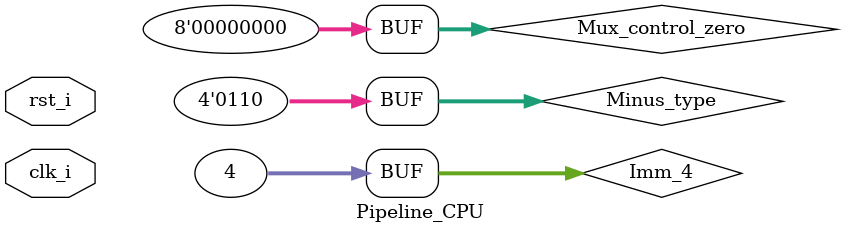
<source format=v>
/***************************************************
Student Name:林佑檍_張君實
Student ID: group10_0711099_0810749
***************************************************/

`timescale 1ns/1ps
module Pipeline_CPU(
        clk_i,
		rst_i
		);
		
//I/O port
input         clk_i;
input         rst_i;

//Internal Signles
wire [31:0] pc_i;
wire [31:0] pc_o;
wire [31:0] MuxMemtoReg_o;
wire [31:0] ALUresult;
wire [31:0] MuxALUSrc_o;
wire [31:0] decoder_o;
wire [31:0] RSdata_o;
wire [31:0] RTdata_o;
wire [31:0] Imm_Gen_o;
wire [31:0] ALUSrc1_o;
wire [31:0] ALUSrc2_o;
wire [8:0] Mux_control_o;

wire [31:0] pc_add_immediate;
wire [1:0] ALUOp;
wire PC_write;
wire ALUSrc; 
wire RegWrite;
wire Branch;
wire control_output_select;
wire Jump;
wire [31:0] SL1_o;
wire [3:0] ALU_Ctrl_o;
wire zero,cout,ovf;

wire branch_zero,branch_cout,branch_ovf;
wire [31:0] branch_ALUresult;
wire PCSrc;
wire [31:0] DM_o;
wire MemtoReg,MemRead,MemWrite;
wire [1:0] ALUSelSrc1;
wire [1:0] ALUSelSrc2;
wire [31:0] IF_instr;
wire [31:0] pc_add4;
wire [32-1:0] Imm_4 = 4;
wire [3:0] Minus_type=4'b0110;
wire [7:0] Mux_control_zero=0;
wire [31:0] ImmGen_ShiftLeft;

assign PCSrc = (Mux_control_o[8] & branch_zero) | Mux_control_o[1];
//Pipeline Signals
//IFID
wire [31:0] IFID_pc_o;
wire [31:0] IFID_instr_o;
wire IFID_write;
wire IFID_flush;
wire [31:0]IFID_pc_add4_o;
//IDEXE
wire [31:0] IDEXE_instr_o;
wire [2:0] IDEXE_WB_o;
wire [1:0] IDEXE_Mem_o;
wire [2:0] IDEXE_Exe_o;
wire [31:0] IDEXE_pc_o;
wire [31:0] IDEXE_RSdata_o;
wire [31:0] IDEXE_RTdata_o;
wire [31:0] IDEXE_ImmGen_o;
wire [3:0] IDEXE_instr_30_14_12_o;
wire [4:0] IDEXE_instr_11_7_o;
wire [31:0]IDEXE_pc_add4_o;

//EXEMEM
wire [31:0] EXEMEM_instr_o;
wire [2:0] EXEMEM_WB_o;
wire [1:0] EXEMEM_Mem_o;
wire [31:0] EXEMEM_pcsum_o;
wire EXEMEM_zero_o;
wire [31:0] EXEMEM_ALUresult_o;
wire [31:0] EXEMEM_RTdata_o;
wire [4:0]  EXEMEM_instr_11_7_o;
wire [31:0] EXEMEM_pc_add4_o;

//MEMWB
wire [2:0] MEMWB_WB_o;
wire [31:0] MEMWB_DM_o;
wire [31:0] MEMWB_ALUresult_o;
wire [4:0]  MEMWB_instr_11_7_o;
wire [31:0] MEMWB_pc_add4_o;




//Create componentes
///    IF
MUX_2to1 Mux_PCSrc(
	.data0_i(pc_add4),       
	.data1_i(ImmGen_ShiftLeft),
	.select_i(PCSrc),
	.data_o(pc_i)
	);
		
ProgramCounter PC(
        .clk_i(clk_i),      
	    .rst_i (rst_i),     
		.PCWrite(PC_write),
	    .pc_i(pc_i),   
	    .pc_o(pc_o) 
	    );

Adder PC_plus_4_Adder(
	.src1_i(pc_o),
	.src2_i(Imm_4),
	.sum_o(pc_add4)
	    );

Instr_Memory IM(
        .addr_i(pc_o),  
	    .instr_o(IF_instr)    
	    );




IF_register IFtoID(
	.clk_i(clk_i),
 	.rst_i(rst_i),
	.IFID_write(IFID_write),
	.address_i(pc_o),
	.instr_i(IF_instr),
	.pc_add4_i(pc_add4),
	.address_o(IFID_pc_o),
	.instr_o(IFID_instr_o),
	.flush(PCSrc),
	.pc_add4_o(IFID_pc_add4_o)
	);

/////// ID

Hazard_detection Hazard_detection_obj(
	.IFID_regRs(IFID_instr_o[19:15]),
	.IFID_regRt(IFID_instr_o[24:20]),
	.IDEXE_regRd(IDEXE_instr_11_7_o),
	.IDEXE_memRead(IDEXE_Mem_o[1]),
	.PC_write(PC_write),
	.IFID_write(IFID_write),
	.control_output_select(control_output_select)
	);
MUX_2to1 Mux_control(
	.data0_i(Mux_control_zero),       
	.data1_i({Branch,ALUSrc,ALUOp,MemRead,MemWrite,RegWrite,Jump,MemtoReg}),
	.select_i(control_output_select),
	.data_o(Mux_control_o)
	);
Decoder Decoder(
        .instr_i(IFID_instr_o), 
		.ALUSrc(ALUSrc),
		.MemtoReg(MemtoReg),
	    .RegWrite(RegWrite),
		.MemRead(MemRead),
		.MemWrite(MemWrite),
	    .Branch(Branch),
		.ALUOp(ALUOp),
		.Jump(Jump)
	    );

	 
Reg_File RF(
        .clk_i(clk_i),      
	    .rst_i(rst_i) ,     
        .RSaddr_i(IFID_instr_o[19:15]) ,  
        .RTaddr_i(IFID_instr_o[24:20]) ,  
        .RDaddr_i(MEMWB_instr_11_7_o) ,  
        .RDdata_i(MuxMemtoReg_o)  , 
        .RegWrite_i (MEMWB_WB_o[2]),
        .RSdata_o(RSdata_o),  
        .RTdata_o(RTdata_o)   
        );
		
Imm_Gen ImmGen(
	.instr_i(IFID_instr_o),
    .Imm_Gen_o(Imm_Gen_o)
	);

Adder Branch_Adder(
	.src1_i(Imm_Gen_o),
	.src2_i(IFID_pc_o),
	.sum_o(ImmGen_ShiftLeft)
	);

alu branch_check(
	.rst_n(rst_i),
	.src1(RSdata_o), 
	.src2(RTdata_o),
	.ALU_control(Minus_type),
	.result(branch_ALUresult),
	.zero(branch_zero),
	.cout(branch_cout),
	.overflow(branch_ovf)
	);

//BEQ or BNE or BLT or BGE

EXE_register IDtoEXE(
	.clk_i(clk_i), 
	.rst_i(rst_i), 
	.instr_i(IFID_instr_o), 
	.WB_i(Mux_control_o[2:0]), 
	.Mem_i(Mux_control_o[4:3]), 
	.Exe_i(Mux_control_o[7:5]), 
	.data1_i(RSdata_o), 
	.data2_i(RTdata_o), 
	.immgen_i(Imm_Gen_o), 
	.alu_ctrl_instr({IFID_instr_o[30], IFID_instr_o[14:12]}), 
	.WBreg_i(IFID_instr_o[11:7]),
	.pc_add4_i(IFID_pc_add4_o), 
	.pc_o(IDEXE_pc_o),
	.instr_o(IDEXE_instr_o), 
	.WB_o(IDEXE_WB_o), 
	.Mem_o(IDEXE_Mem_o), 
	.Exe_o(IDEXE_Exe_o),  
	.data1_o(IDEXE_RSdata_o), 
	.data2_o(IDEXE_RTdata_o), 
	.immgen_o(IDEXE_ImmGen_o), 
	.alu_ctrl_input(IDEXE_instr_30_14_12_o), 
	.WBreg_o(IDEXE_instr_11_7_o),
	.pc_add4_o(IDEXE_pc_add4_o)
    );	
		
	
/////// EXE
MUX_2to1 Mux_ALUSrc(
	.data0_i(IDEXE_RTdata_o),
	.data1_i(IDEXE_ImmGen_o),
	.select_i(IDEXE_Exe_o[2]),
	.data_o(MuxALUSrc_o)
		);

ForwardingUnit FWUnit(
	.EXE_instr19_15(IDEXE_instr_o[19:15]), 
	.EXE_instr24_20(IDEXE_instr_o[24:20]), 
	.MEM_instr11_7(EXEMEM_instr_11_7_o), 
	.MEM_WBControl(EXEMEM_WB_o[2]), 
	.WB_instr11_7(MEMWB_instr_11_7_o), 
	.WB_Control(MEMWB_WB_o[2]), 
	.src1_sel_o(ALUSelSrc1), 
	.src2_sel_o(ALUSelSrc2)
		);
		
		
MUX_3to1 MUX_ALU_src1(
	.data0_i(IDEXE_RSdata_o),
	.data1_i(MuxMemtoReg_o),
	.data2_i(EXEMEM_ALUresult_o),
	.select_i(ALUSelSrc1),
	.data_o(ALUSrc1_o)
		);

MUX_3to1 MUX_ALU_src2(
	.data0_i(MuxALUSrc_o),
	.data1_i(MuxMemtoReg_o),
	.data2_i(EXEMEM_ALUresult_o),
	.select_i(ALUSelSrc2),
	.data_o(ALUSrc2_o)
		);
			
ALU_Ctrl ALU_Ctrl(
	.instr(IDEXE_instr_30_14_12_o),
	.ALUOp(IDEXE_Exe_o[1:0]),
	.ALU_Ctrl_o(ALU_Ctrl_o)
		);
		
		
alu alu(
	.rst_n(rst_i),
	.src1(ALUSrc1_o), 
	.src2(ALUSrc2_o),
	.ALU_control(ALU_Ctrl_o),
	.result(ALUresult),
	.zero(zero),
	.cout(cout),
	.overflow(ovf)
		);

MEM_register EXEtoMEM(
	.clk_i(clk_i), 
	.rst_i(rst_i), 
	.instr_i(IDEXE_instr_o), 
	.WB_i(IDEXE_WB_o), 
	.Mem_i(IDEXE_Mem_o),  
	.zero_i(zero), 
	.alu_ans_i(ALUresult), 
	.rtdata_i(IDEXE_RTdata_o), 
	.WBreg_i(IDEXE_instr_11_7_o),
	.pc_add4_i(IDEXE_pc_add4_o), 
	.instr_o(EXEMEM_instr_o), 
	.WB_o(EXEMEM_WB_o), 
	.Mem_o(EXEMEM_Mem_o),  
	.zero_o(EXEMEM_zero_o), 
	.alu_ans_o(EXEMEM_ALUresult_o), 
	.rtdata_o(EXEMEM_RTdata_o), 
	.WBreg_o(EXEMEM_instr_11_7_o),
	.pc_add4_o(EXEMEM_pc_add4_o)
    );

		
Data_Memory Data_Memory(
	.clk_i(clk_i),
	.addr_i(EXEMEM_ALUresult_o),
	.data_i(EXEMEM_RTdata_o),
	.MemRead_i(EXEMEM_Mem_o[1]),
	.MemWrite_i(EXEMEM_Mem_o[0]),
	.data_o(DM_o)
		);
		
WB_register MEMtoWB(
	.clk_i(clk_i), 
	.rst_i(rst_i), 
	.WB_i(EXEMEM_WB_o), 
	.DM_i(DM_o), 
	.alu_ans_i(EXEMEM_ALUresult_o), 
	.WBreg_i(EXEMEM_instr_11_7_o),
	.pc_add4_i(EXEMEM_pc_add4_o),
	.WB_o(MEMWB_WB_o), 
	.DM_o(MEMWB_DM_o), 
	.alu_ans_o(MEMWB_ALUresult_o), 
	.WBreg_o(MEMWB_instr_11_7_o),
	.pc_add4_o(MEMWB_pc_add4_o)
     );
		
/// WB
MUX_3to1 Mux_MemtoReg(
	.data0_i(MEMWB_ALUresult_o),      
	.data1_i(MEMWB_DM_o),
	.data2_i(MEMWB_pc_add4_o),
	.select_i(MEMWB_WB_o[1:0]),
	.data_o(MuxMemtoReg_o)
	);



endmodule
		  



</source>
